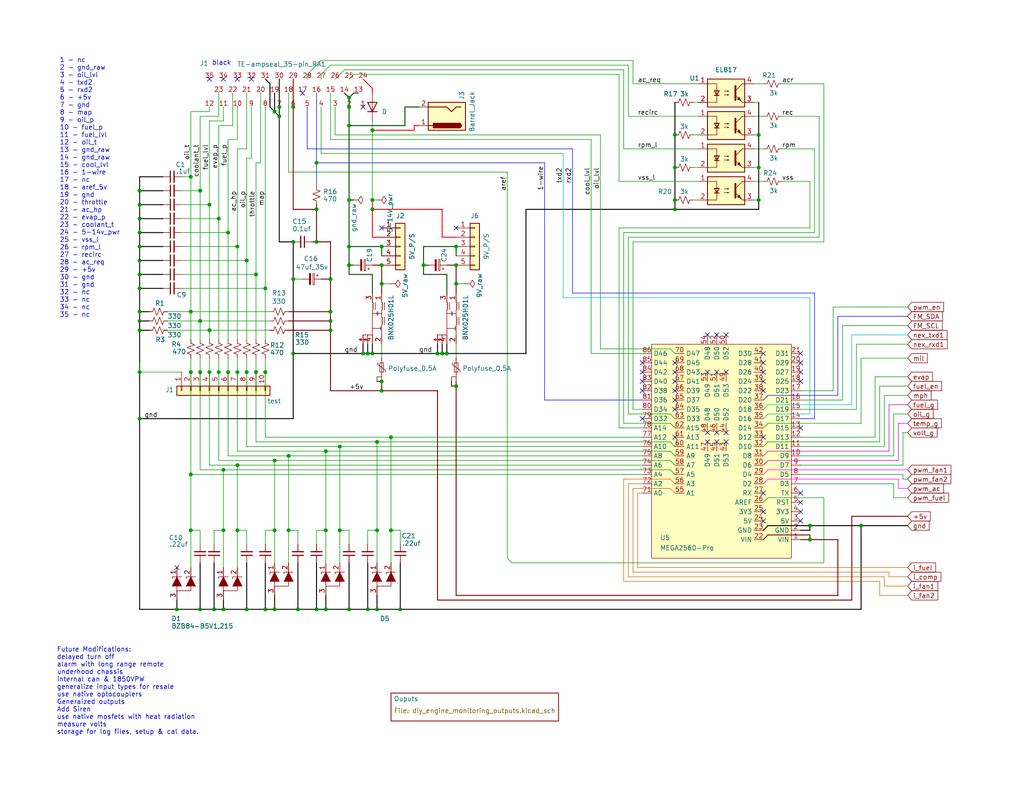
<source format=kicad_sch>
(kicad_sch (version 20231120) (generator "eeschema") (generator_version "8.0")
  (paper "USLetter")
  (title_block (title "DIY_Engine_Monitoring") (date "2024-12-14") (rev "0.6 PCB") (company "Harstine Works") (comment 1 "Adds instruments and HVAC controls to EROD-Tahoe") (comment 2 "Adapt for other use cases"))
  (junction (at 60.96 128.27))
  (junction (at 104.14 67.31))
  (junction (at 38.1 101.6))
  (junction (at 88.9 166.37))
  (junction (at 124.46 77.47))
  (junction (at 102.87 166.37))
  (junction (at 92.71 121.92))
  (junction (at 106.68 144.78))
  (junction (at 67.31 71.12))
  (junction (at 38.1 78.74))
  (junction (at 38.1 55.88))
  (junction (at 101.6 35.56))
  (junction (at 38.1 63.5))
  (junction (at 207.01 45.72))
  (junction (at 184.15 57.15))
  (junction (at 86.36 166.37))
  (junction (at 119.38 96.52))
  (junction (at 38.1 71.12))
  (junction (at 95.25 29.21))
  (junction (at 59.69 101.6))
  (junction (at 124.46 72.39))
  (junction (at 81.28 166.37))
  (junction (at 86.36 57.15))
  (junction (at 86.36 66.04))
  (junction (at 100.33 166.37))
  (junction (at 120.65 96.52))
  (junction (at 64.77 127))
  (junction (at 64.77 67.31))
  (junction (at 207.01 54.61))
  (junction (at 92.71 144.78))
  (junction (at 95.25 72.39))
  (junction (at 104.14 106.68))
  (junction (at 76.2 29.21))
  (junction (at 60.96 144.78))
  (junction (at 95.25 34.29))
  (junction (at 99.06 96.52))
  (junction (at 86.36 44.45))
  (junction (at 38.1 52.07))
  (junction (at 57.15 101.6))
  (junction (at 104.14 72.39))
  (junction (at 59.69 59.69))
  (junction (at 102.87 120.65))
  (junction (at 58.42 166.37))
  (junction (at 57.15 90.17))
  (junction (at 207.01 36.83))
  (junction (at 184.15 36.83))
  (junction (at 54.61 101.6))
  (junction (at 101.6 57.15))
  (junction (at 72.39 166.37))
  (junction (at 48.26 166.37))
  (junction (at 69.85 101.6))
  (junction (at 80.01 96.52))
  (junction (at 220.98 147.32))
  (junction (at 67.31 166.37))
  (junction (at 38.1 59.69))
  (junction (at 88.9 123.19))
  (junction (at 38.1 74.93))
  (junction (at 52.07 144.78))
  (junction (at 101.6 54.61))
  (junction (at 102.87 144.78))
  (junction (at 78.74 144.78))
  (junction (at 101.6 96.52))
  (junction (at 62.23 63.5))
  (junction (at 95.25 166.37))
  (junction (at 62.23 101.6))
  (junction (at 115.57 72.39))
  (junction (at 74.93 166.37))
  (junction (at 38.1 87.63))
  (junction (at 184.15 54.61))
  (junction (at 74.93 144.78))
  (junction (at 38.1 67.31))
  (junction (at 80.01 66.04))
  (junction (at 52.07 101.6))
  (junction (at 234.95 143.51))
  (junction (at 90.17 90.17))
  (junction (at 60.96 166.37))
  (junction (at 57.15 55.88))
  (junction (at 90.17 87.63))
  (junction (at 64.77 101.6))
  (junction (at 54.61 87.63))
  (junction (at 100.33 96.52))
  (junction (at 124.46 105.41))
  (junction (at 121.92 96.52))
  (junction (at 95.25 67.31))
  (junction (at 72.39 101.6))
  (junction (at 80.01 76.2))
  (junction (at 54.61 166.37))
  (junction (at 38.1 85.09))
  (junction (at 104.14 104.14))
  (junction (at 76.2 31.75))
  (junction (at 95.25 26.67))
  (junction (at 80.01 29.21))
  (junction (at 104.14 77.47))
  (junction (at 124.46 67.31))
  (junction (at 184.15 45.72))
  (junction (at 74.93 125.73))
  (junction (at 90.17 76.2))
  (junction (at 38.1 114.3))
  (junction (at 106.68 119.38))
  (junction (at 90.17 85.09))
  (junction (at 67.31 101.6))
  (junction (at 88.9 144.78))
  (junction (at 74.93 30.48))
  (junction (at 38.1 90.17))
  (junction (at 78.74 124.46))
  (junction (at 52.07 85.09))
  (junction (at 95.25 54.61))
  (junction (at 54.61 52.07))
  (junction (at 220.98 143.51))
  (junction (at 72.39 78.74))
  (junction (at 109.22 166.37))
  (junction (at 52.07 48.26))
  (junction (at 52.07 129.54))
  (junction (at 64.77 144.78))
  (junction (at 69.85 74.93))
  (no_connect (at 82.55 25.4))
  (no_connect (at 184.15 99.06))
  (no_connect (at 208.28 142.24))
  (no_connect (at 195.58 101.6))
  (no_connect (at 124.46 62.23))
  (no_connect (at 184.15 101.6))
  (no_connect (at 218.44 101.6))
  (no_connect (at 68.58 21.59))
  (no_connect (at 184.15 119.38))
  (no_connect (at 208.28 119.38))
  (no_connect (at 218.44 99.06))
  (no_connect (at 208.28 99.06))
  (no_connect (at 218.44 134.62))
  (no_connect (at 208.28 106.68))
  (no_connect (at 218.44 116.84))
  (no_connect (at 218.44 104.14))
  (no_connect (at 99.06 29.21))
  (no_connect (at 175.26 114.3))
  (no_connect (at 64.77 21.59))
  (no_connect (at 218.44 137.16))
  (no_connect (at 208.28 134.62))
  (no_connect (at 198.12 101.6))
  (no_connect (at 60.96 21.59))
  (no_connect (at 218.44 96.52))
  (no_connect (at 198.12 120.65))
  (no_connect (at 193.04 118.11))
  (no_connect (at 175.26 104.14))
  (no_connect (at 104.14 62.23))
  (no_connect (at 175.26 99.06))
  (no_connect (at 198.12 118.11))
  (no_connect (at 208.28 139.7))
  (no_connect (at 184.15 111.76))
  (no_connect (at 218.44 142.24))
  (no_connect (at 193.04 91.44))
  (no_connect (at 218.44 139.7))
  (no_connect (at 198.12 91.44))
  (no_connect (at 175.26 106.68))
  (no_connect (at 175.26 101.6))
  (no_connect (at 208.28 96.52))
  (no_connect (at 57.15 21.59))
  (no_connect (at 195.58 91.44))
  (no_connect (at 195.58 118.11))
  (no_connect (at 208.28 101.6))
  (no_connect (at 184.15 104.14))
  (no_connect (at 193.04 101.6))
  (no_connect (at 184.15 109.22))
  (no_connect (at 48.26 154.94))
  (no_connect (at 208.28 104.14))
  (no_connect (at 195.58 120.65))
  (no_connect (at 184.15 106.68))
  (no_connect (at 193.04 120.65))
  (wire (pts (xy 78.74 85.09) (xy 90.17 85.09)) (stroke (width 0.254) (color 132 0 0 1)))
  (wire (pts (xy 57.15 55.88) (xy 57.15 90.17)))
  (wire (pts (xy 80.01 96.52) (xy 99.06 96.52)) (stroke (width 0.254) (color 0 0 0 1)))
  (wire (pts (xy 38.1 87.63) (xy 40.64 87.63)) (stroke (width 0.254) (color 0 0 0 1)))
  (wire (pts (xy 171.45 132.08) (xy 175.26 132.08)) (stroke (width 0) (color 204 102 0 1)))
  (wire (pts (xy 207.01 36.83) (xy 207.01 45.72)) (stroke (width 0.254) (color 0 0 0 1)))
  (wire (pts (xy 170.18 130.81) (xy 182.88 130.81)) (stroke (width 0) (color 204 102 0 1)))
  (wire (pts (xy 102.87 104.14) (xy 104.14 104.14)) (stroke (width 0.254) (color 132 0 0 1)))
  (wire (pts (xy 101.6 54.61) (xy 101.6 57.15)) (stroke (width 0.254) (color 255 0 0 1)))
  (wire (pts (xy 163.83 36.83) (xy 91.44 36.83)))
  (wire (pts (xy 57.15 30.48) (xy 57.15 29.21)))
  (wire (pts (xy 58.42 144.78) (xy 60.96 144.78)))
  (wire (pts (xy 57.15 90.17) (xy 45.72 90.17)))
  (wire (pts (xy 52.07 129.54) (xy 175.26 129.54)))
  (wire (pts (xy 209.55 113.03) (xy 208.28 114.3)) (stroke (width 0) (color 0 194 194 1)))
  (wire (pts (xy 119.38 163.83) (xy 232.41 163.83)) (stroke (width 0.254) (color 132 0 0 1)))
  (wire (pts (xy 218.44 114.3) (xy 222.25 114.3)) (stroke (width 0) (color 0 0 255 1)))
  (wire (pts (xy 83.82 29.21) (xy 83.82 40.64)) (stroke (width 0) (color 0 0 255 1)))
  (wire (pts (xy 69.85 74.93) (xy 49.53 74.93)))
  (wire (pts (xy 240.03 120.65) (xy 209.55 120.65)))
  (wire (pts (xy 213.36 31.75) (xy 223.52 31.75)))
  (wire (pts (xy 38.1 71.12) (xy 44.45 71.12)) (stroke (width 0.254) (color 0 0 0 1)))
  (wire (pts (xy 86.36 144.78) (xy 88.9 144.78)))
  (wire (pts (xy 88.9 123.19) (xy 182.88 123.19)))
  (wire (pts (xy 116.84 72.39) (xy 115.57 72.39)) (stroke (width 0.254) (color 0 72 0 1)))
  (wire (pts (xy 64.77 40.64) (xy 64.77 67.31)))
  (wire (pts (xy 80.01 76.2) (xy 80.01 96.52)) (stroke (width 0.254) (color 0 0 0 1)))
  (wire (pts (xy 95.25 54.61) (xy 96.52 54.61)) (stroke (width 0.254) (color 0 72 0 1)))
  (wire (pts (xy 246.38 118.11) (xy 246.38 127)))
  (wire (pts (xy 246.38 129.54) (xy 218.44 129.54)))
  (wire (pts (xy 123.19 105.41) (xy 123.19 104.14)) (stroke (width 0.254) (color 132 0 0 1)))
  (wire (pts (xy 208.28 137.16) (xy 209.55 135.89)))
  (wire (pts (xy 228.6 147.32) (xy 220.98 147.32)) (stroke (width 0.254) (color 132 0 0 1)))
  (wire (pts (xy 213.36 40.64) (xy 222.25 40.64)))
  (wire (pts (xy 57.15 127) (xy 64.77 127)))
  (wire (pts (xy 64.77 97.79) (xy 64.77 101.6)))
  (wire (pts (xy 88.9 166.37) (xy 95.25 166.37)) (stroke (width 0.254) (color 0 0 0 1)))
  (wire (pts (xy 208.28 127) (xy 209.55 125.73)) (stroke (width 0) (color 194 0 194 1)))
  (wire (pts (xy 124.46 77.47) (xy 124.46 80.01)) (stroke (width 0.254) (color 132 0 0 1)))
  (wire (pts (xy 172.72 66.04) (xy 224.79 66.04)))
  (wire (pts (xy 121.92 72.39) (xy 124.46 72.39)) (stroke (width 0.254) (color 132 0 0 1)))
  (wire (pts (xy 87.63 20.32) (xy 90.17 17.78)))
  (wire (pts (xy 102.87 166.37) (xy 109.22 166.37)) (stroke (width 0.254) (color 0 0 0 1)))
  (wire (pts (xy 101.6 35.56) (xy 101.6 54.61)))
  (wire (pts (xy 189.23 45.72) (xy 190.5 45.72)))
  (wire (pts (xy 82.55 76.2) (xy 80.01 76.2)))
  (wire (pts (xy 182.88 130.81) (xy 184.15 132.08)) (stroke (width 0) (color 204 102 0 1)))
  (wire (pts (xy 38.1 59.69) (xy 38.1 63.5)) (stroke (width 0.254) (color 0 0 0 1)))
  (wire (pts (xy 54.61 31.75) (xy 54.61 52.07)))
  (wire (pts (xy 115.57 67.31) (xy 115.57 72.39)) (stroke (width 0.254) (color 0 72 0 1)))
  (wire (pts (xy 74.93 166.37) (xy 74.93 162.56)) (stroke (width 0.254) (color 0 0 0 1)))
  (wire (pts (xy 38.1 52.07) (xy 38.1 55.88)) (stroke (width 0.254) (color 0 0 0 1)))
  (wire (pts (xy 74.93 153.67) (xy 74.93 144.78)))
  (wire (pts (xy 227.33 83.82) (xy 247.65 83.82)))
  (wire (pts (xy 62.23 97.79) (xy 62.23 101.6)))
  (wire (pts (xy 101.6 54.61) (xy 102.87 54.61)))
  (wire (pts (xy 161.29 96.52) (xy 175.26 96.52)))
  (wire (pts (xy 91.44 21.59) (xy 93.98 19.05)))
  (wire (pts (xy 38.1 114.3) (xy 80.01 114.3)) (stroke (width 0.254) (color 0 0 0 1)))
  (wire (pts (xy 172.72 16.51) (xy 172.72 22.86)))
  (wire (pts (xy 95.25 54.61) (xy 95.25 67.31)) (stroke (width 0.254) (color 0 72 0 1)))
  (wire (pts (xy 104.14 72.39) (xy 104.14 77.47)) (stroke (width 0.254) (color 132 0 0 1)))
  (wire (pts (xy 95.25 166.37) (xy 100.33 166.37)) (stroke (width 0.254) (color 0 0 0 1)))
  (wire (pts (xy 72.39 29.21) (xy 72.39 78.74)))
  (wire (pts (xy 156.21 40.64) (xy 83.82 40.64)) (stroke (width 0) (color 0 0 255 1)))
  (wire (pts (xy 170.18 40.64) (xy 190.5 40.64)))
  (wire (pts (xy 232.41 91.44) (xy 247.65 91.44)) (stroke (width 0) (color 0 194 194 1)))
  (wire (pts (xy 64.77 144.78) (xy 64.77 154.94)))
  (wire (pts (xy 241.3 160.02) (xy 247.65 160.02)) (stroke (width 0) (color 204 102 0 1)))
  (wire (pts (xy 95.25 67.31) (xy 95.25 72.39)) (stroke (width 0.254) (color 0 72 0 1)))
  (wire (pts (xy 101.6 24.13) (xy 99.06 21.59)) (stroke (width 0.254) (color 255 0 0 1)))
  (wire (pts (xy 38.1 101.6) (xy 38.1 99.06)))
  (wire (pts (xy 88.9 123.19) (xy 88.9 144.78)))
  (wire (pts (xy 102.87 120.65) (xy 182.88 120.65)))
  (wire (pts (xy 124.46 97.79) (xy 124.46 93.98)))
  (wire (pts (xy 59.69 25.4) (xy 59.69 31.75)))
  (wire (pts (xy 95.25 72.39) (xy 95.25 74.93)) (stroke (width 0.254) (color 0 72 0 1)))
  (wire (pts (xy 101.6 93.98) (xy 101.6 96.52)) (stroke (width 0.254) (color 0 0 0 1)))
  (wire (pts (xy 104.14 104.14) (xy 104.14 106.68)))
  (wire (pts (xy 104.14 104.14) (xy 104.14 106.68)) (stroke (width 0.254) (color 132 0 0 1)))
  (wire (pts (xy 95.25 29.21) (xy 95.25 26.67)) (stroke (width 0.254) (color 0 72 0 1)))
  (wire (pts (xy 49.53 55.88) (xy 57.15 55.88)))
  (wire (pts (xy 184.15 27.94) (xy 184.15 36.83)) (stroke (width 0.254) (color 0 0 0 1)))
  (wire (pts (xy 205.74 40.64) (xy 208.28 40.64)))
  (wire (pts (xy 86.36 44.45) (xy 86.36 50.8)) (stroke (width 0) (color 0 0 194 1)))
  (wire (pts (xy 245.11 130.81) (xy 209.55 130.81)) (stroke (width 0) (color 255 0 255 1)))
  (wire (pts (xy 86.36 66.04) (xy 85.09 66.04)) (stroke (width 0.254) (color 132 0 0 1)))
  (wire (pts (xy 92.71 121.92) (xy 92.71 144.78)))
  (wire (pts (xy 38.1 48.26) (xy 38.1 52.07)) (stroke (width 0.254) (color 0 0 0 1)))
  (wire (pts (xy 67.31 40.64) (xy 67.31 25.4)))
  (wire (pts (xy 184.15 36.83) (xy 184.15 45.72)) (stroke (width 0.254) (color 0 0 0 1)))
  (wire (pts (xy 64.77 38.1) (xy 64.77 29.21)))
  (wire (pts (xy 184.15 121.92) (xy 182.88 120.65)))
  (wire (pts (xy 243.84 135.89) (xy 243.84 132.08)))
  (wire (pts (xy 227.33 83.82) (xy 227.33 106.68)))
  (wire (pts (xy 104.14 64.77) (xy 101.6 64.77)) (stroke (width 0.254) (color 255 0 0 1)))
  (wire (pts (xy 243.84 113.03) (xy 243.84 124.46)))
  (wire (pts (xy 86.36 148.59) (xy 86.36 144.78)))
  (wire (pts (xy 170.18 19.05) (xy 170.18 40.64)))
  (wire (pts (xy 170.18 19.05) (xy 93.98 19.05)))
  (wire (pts (xy 242.57 110.49) (xy 242.57 123.19)) (stroke (width 0) (color 194 0 194 1)))
  (wire (pts (xy 224.79 153.67) (xy 139.7 153.67)))
  (wire (pts (xy 208.28 116.84) (xy 209.55 115.57)))
  (wire (pts (xy 58.42 148.59) (xy 58.42 144.78)))
  (wire (pts (xy 124.46 105.41) (xy 123.19 105.41)) (stroke (width 0.254) (color 132 0 0 1)))
  (wire (pts (xy 113.03 34.29) (xy 114.3 34.29)) (stroke (width 0.254) (color 255 0 0 1)))
  (wire (pts (xy 208.28 132.08) (xy 209.55 130.81)) (stroke (width 0) (color 255 0 255 1)))
  (wire (pts (xy 242.57 110.49) (xy 247.65 110.49)) (stroke (width 0) (color 194 0 194 1)))
  (wire (pts (xy 228.6 147.32) (xy 228.6 162.56)) (stroke (width 0.254) (color 132 0 0 1)))
  (wire (pts (xy 90.17 85.09) (xy 90.17 87.63)) (stroke (width 0.254) (color 132 0 0 1)))
  (wire (pts (xy 38.1 166.37) (xy 48.26 166.37)) (stroke (width 0.254) (color 0 0 0 1)))
  (wire (pts (xy 124.46 72.39) (xy 124.46 77.47)) (stroke (width 0.254) (color 132 0 0 1)))
  (wire (pts (xy 220.98 49.53) (xy 220.98 62.23)))
  (wire (pts (xy 100.33 148.59) (xy 100.33 144.78)))
  (wire (pts (xy 119.38 93.98) (xy 119.38 96.52)) (stroke (width 0.254) (color 0 0 0 1)))
  (wire (pts (xy 172.72 133.35) (xy 172.72 156.21)) (stroke (width 0) (color 204 102 0 1)))
  (wire (pts (xy 59.69 97.79) (xy 59.69 101.6)))
  (wire (pts (xy 95.25 166.37) (xy 95.25 153.67)) (stroke (width 0.254) (color 0 0 0 1)))
  (wire (pts (xy 81.28 166.37) (xy 86.36 166.37)) (stroke (width 0.254) (color 0 0 0 1)))
  (wire (pts (xy 58.42 166.37) (xy 58.42 153.67)) (stroke (width 0.254) (color 0 0 0 1)))
  (wire (pts (xy 38.1 48.26) (xy 44.45 48.26)) (stroke (width 0.254) (color 0 0 0 1)))
  (wire (pts (xy 49.53 63.5) (xy 62.23 63.5)))
  (wire (pts (xy 74.93 30.48) (xy 73.66 29.21)) (stroke (width 0.254) (color 0 0 0 1)))
  (wire (pts (xy 73.66 90.17) (xy 57.15 90.17)))
  (wire (pts (xy 78.74 46.99) (xy 138.43 46.99)))
  (wire (pts (xy 184.15 45.72) (xy 184.15 54.61)) (stroke (width 0.254) (color 0 0 0 1)))
  (wire (pts (xy 60.96 144.78) (xy 60.96 154.94)))
  (wire (pts (xy 57.15 97.79) (xy 57.15 101.6)))
  (wire (pts (xy 95.25 21.59) (xy 96.52 20.32)))
  (wire (pts (xy 38.1 101.6) (xy 49.53 101.6)))
  (wire (pts (xy 72.39 166.37) (xy 74.93 166.37)) (stroke (width 0.254) (color 0 0 0 1)))
  (wire (pts (xy 124.46 77.47) (xy 124.46 76.2)))
  (wire (pts (xy 168.91 62.23) (xy 220.98 62.23)))
  (wire (pts (xy 38.1 87.63) (xy 38.1 90.17)) (stroke (width 0.254) (color 0 0 0 1)))
  (wire (pts (xy 246.38 130.81) (xy 246.38 129.54)))
  (wire (pts (xy 38.1 63.5) (xy 44.45 63.5)) (stroke (width 0.254) (color 0 0 0 1)))
  (wire (pts (xy 58.42 166.37) (xy 60.96 166.37)) (stroke (width 0.254) (color 0 0 0 1)))
  (wire (pts (xy 115.57 72.39) (xy 115.57 74.93)) (stroke (width 0.254) (color 0 72 0 1)))
  (wire (pts (xy 213.36 22.86) (xy 224.79 22.86)))
  (wire (pts (xy 87.63 29.21) (xy 87.63 41.91)))
  (wire (pts (xy 100.33 93.98) (xy 100.33 96.52)) (stroke (width 0.254) (color 0 0 0 1)))
  (wire (pts (xy 92.71 121.92) (xy 175.26 121.92)))
  (wire (pts (xy 52.07 129.54) (xy 52.07 144.78)))
  (wire (pts (xy 67.31 166.37) (xy 67.31 153.67)) (stroke (width 0.254) (color 0 0 0 1)))
  (wire (pts (xy 240.03 162.56) (xy 247.65 162.56)) (stroke (width 0) (color 204 102 0 1)))
  (wire (pts (xy 243.84 124.46) (xy 218.44 124.46)))
  (wire (pts (xy 234.95 97.79) (xy 247.65 97.79)))
  (wire (pts (xy 52.07 30.48) (xy 52.07 48.26)))
  (wire (pts (xy 207.01 27.94) (xy 207.01 36.83)) (stroke (width 0.254) (color 0 0 0 1)))
  (wire (pts (xy 78.74 90.17) (xy 90.17 90.17)) (stroke (width 0.254) (color 132 0 0 1)))
  (wire (pts (xy 88.9 166.37) (xy 88.9 162.56)) (stroke (width 0.254) (color 0 0 0 1)))
  (wire (pts (xy 189.23 36.83) (xy 190.5 36.83)))
  (wire (pts (xy 229.87 88.9) (xy 229.87 109.22)))
  (wire (pts (xy 104.14 77.47) (xy 104.14 76.2)))
  (wire (pts (xy 241.3 107.95) (xy 247.65 107.95)))
  (wire (pts (xy 233.68 93.98) (xy 233.68 111.76)))
  (wire (pts (xy 121.92 93.98) (xy 121.92 96.52)) (stroke (width 0.254) (color 0 0 0 1)))
  (wire (pts (xy 139.7 153.67) (xy 138.43 152.4)))
  (wire (pts (xy 38.1 78.74) (xy 44.45 78.74)) (stroke (width 0.254) (color 0 0 0 1)))
  (wire (pts (xy 60.96 128.27) (xy 60.96 144.78)))
  (wire (pts (xy 234.95 143.51) (xy 234.95 166.37)) (stroke (width 0.254) (color 0 0 0 1)))
  (wire (pts (xy 223.52 31.75) (xy 223.52 64.77)))
  (wire (pts (xy 78.74 87.63) (xy 90.17 87.63)) (stroke (width 0.254) (color 132 0 0 1)))
  (wire (pts (xy 71.12 25.4) (xy 71.12 44.45)))
  (wire (pts (xy 81.28 166.37) (xy 81.28 153.67)) (stroke (width 0.254) (color 0 0 0 1)))
  (wire (pts (xy 100.33 166.37) (xy 100.33 153.67)) (stroke (width 0.254) (color 0 0 0 1)))
  (wire (pts (xy 172.72 22.86) (xy 190.5 22.86)))
  (wire (pts (xy 54.61 97.79) (xy 54.61 101.6)))
  (wire (pts (xy 78.74 124.46) (xy 78.74 144.78)))
  (wire (pts (xy 80.01 21.59) (xy 80.01 29.21)) (stroke (width 0.254) (color 132 0 0 1)))
  (wire (pts (xy 209.55 128.27) (xy 247.65 128.27)) (stroke (width 0) (color 255 0 255 1)))
  (wire (pts (xy 170.18 115.57) (xy 182.88 115.57)))
  (wire (pts (xy 59.69 101.6) (xy 59.69 125.73)))
  (wire (pts (xy 171.45 157.48) (xy 241.3 157.48)) (stroke (width 0) (color 204 102 0 1)))
  (wire (pts (xy 114.3 29.21) (xy 110.49 29.21)) (stroke (width 0.254) (color 0 72 0 1)))
  (wire (pts (xy 120.65 64.77) (xy 124.46 64.77)) (stroke (width 0.254) (color 255 0 0 1)))
  (wire (pts (xy 245.11 133.35) (xy 245.11 130.81)) (stroke (width 0) (color 255 0 255 1)))
  (wire (pts (xy 238.76 102.87) (xy 247.65 102.87)))
  (wire (pts (xy 240.03 158.75) (xy 240.03 162.56)) (stroke (width 0) (color 204 102 0 1)))
  (wire (pts (xy 170.18 130.81) (xy 170.18 158.75)) (stroke (width 0) (color 204 102 0 1)))
  (wire (pts (xy 101.6 33.02) (xy 101.6 35.56)))
  (wire (pts (xy 207.01 45.72) (xy 207.01 54.61)) (stroke (width 0.254) (color 0 0 0 1)))
  (wire (pts (xy 115.57 67.31) (xy 124.46 67.31)) (stroke (width 0.254) (color 0 72 0 1)))
  (wire (pts (xy 101.6 96.52) (xy 100.33 96.52)) (stroke (width 0.254) (color 0 0 0 1)))
  (wire (pts (xy 87.63 76.2) (xy 90.17 76.2)) (stroke (width 0.254) (color 132 0 0 1)))
  (wire (pts (xy 96.52 25.4) (xy 97.79 25.4)) (stroke (width 0.254) (color 0 72 0 1)))
  (wire (pts (xy 83.82 20.32) (xy 87.63 16.51)))
  (wire (pts (xy 232.41 110.49) (xy 209.55 110.49)) (stroke (width 0) (color 0 194 194 1)))
  (wire (pts (xy 104.14 77.47) (xy 104.14 80.01)) (stroke (width 0.254) (color 132 0 0 1)))
  (wire (pts (xy 38.1 90.17) (xy 40.64 90.17)) (stroke (width 0.254) (color 0 0 0 1)))
  (wire (pts (xy 69.85 44.45) (xy 69.85 74.93)))
  (wire (pts (xy 95.25 26.67) (xy 96.52 25.4)) (stroke (width 0.254) (color 0 72 0 1)))
  (wire (pts (xy 86.36 166.37) (xy 86.36 153.67)) (stroke (width 0.254) (color 0 0 0 1)))
  (wire (pts (xy 38.1 74.93) (xy 38.1 78.74)) (stroke (width 0.254) (color 0 0 0 1)))
  (wire (pts (xy 207.01 54.61) (xy 207.01 57.15)) (stroke (width 0.254) (color 0 0 0 1)))
  (wire (pts (xy 38.1 90.17) (xy 38.1 101.6)) (stroke (width 0.254) (color 0 0 0 1)))
  (wire (pts (xy 245.11 115.57) (xy 247.65 115.57)) (stroke (width 0) (color 194 0 194 1)))
  (wire (pts (xy 101.6 57.15) (xy 120.65 57.15)) (stroke (width 0.254) (color 255 0 0 1)))
  (wire (pts (xy 74.93 125.73) (xy 74.93 144.78)))
  (wire (pts (xy 101.6 35.56) (xy 113.03 35.56)) (stroke (width 0.254) (color 255 0 0 1)))
  (wire (pts (xy 120.65 93.98) (xy 120.65 96.52)) (stroke (width 0.254) (color 0 0 0 1)))
  (wire (pts (xy 172.72 16.51) (xy 87.63 16.51)))
  (wire (pts (xy 54.61 101.6) (xy 54.61 128.27)))
  (wire (pts (xy 209.55 146.05) (xy 208.28 147.32)) (stroke (width 0.254) (color 132 0 0 1)))
  (wire (pts (xy 80.01 29.21) (xy 80.01 57.15)) (stroke (width 0.254) (color 132 0 0 1)))
  (wire (pts (xy 54.61 128.27) (xy 60.96 128.27)))
  (wire (pts (xy 205.74 22.86) (xy 208.28 22.86)))
  (wire (pts (xy 73.66 85.09) (xy 52.07 85.09)))
  (wire (pts (xy 143.51 57.15) (xy 143.51 96.52)) (stroke (width 0.254) (color 0 0 0 1)))
  (wire (pts (xy 208.28 111.76) (xy 209.55 110.49)) (stroke (width 0) (color 0 194 194 1)))
  (wire (pts (xy 95.25 67.31) (xy 104.14 67.31)) (stroke (width 0.254) (color 0 72 0 1)))
  (wire (pts (xy 38.1 63.5) (xy 38.1 67.31)) (stroke (width 0.254) (color 0 0 0 1)))
  (wire (pts (xy 76.2 29.21) (xy 76.2 31.75)) (stroke (width 0.254) (color 0 0 0 1)))
  (wire (pts (xy 62.23 38.1) (xy 64.77 38.1)))
  (wire (pts (xy 101.6 57.15) (xy 101.6 64.77)) (stroke (width 0.254) (color 255 0 0 1)))
  (wire (pts (xy 54.61 52.07) (xy 54.61 87.63)))
  (wire (pts (xy 95.25 34.29) (xy 110.49 34.29)) (stroke (width 0.254) (color 0 72 0 1)))
  (wire (pts (xy 172.72 156.21) (xy 242.57 156.21)) (stroke (width 0) (color 204 102 0 1)))
  (wire (pts (xy 67.31 43.18) (xy 67.31 71.12)))
  (wire (pts (xy 241.3 107.95) (xy 241.3 121.92)))
  (wire (pts (xy 49.53 59.69) (xy 59.69 59.69)))
  (wire (pts (xy 213.36 49.53) (xy 220.98 49.53)))
  (wire (pts (xy 90.17 76.2) (xy 90.17 85.09)) (stroke (width 0.254) (color 132 0 0 1)))
  (wire (pts (xy 74.93 166.37) (xy 81.28 166.37)) (stroke (width 0.254) (color 0 0 0 1)))
  (wire (pts (xy 72.39 101.6) (xy 72.39 119.38)))
  (wire (pts (xy 184.15 129.54) (xy 182.88 128.27)))
  (wire (pts (xy 234.95 97.79) (xy 234.95 115.57)))
  (wire (pts (xy 115.57 74.93) (xy 121.92 74.93)) (stroke (width 0.254) (color 0 72 0 1)))
  (wire (pts (xy 64.77 101.6) (xy 64.77 123.19)))
  (wire (pts (xy 109.22 166.37) (xy 109.22 153.67)) (stroke (width 0.254) (color 0 0 0 1)))
  (wire (pts (xy 38.1 67.31) (xy 44.45 67.31)) (stroke (width 0.254) (color 0 0 0 1)))
  (wire (pts (xy 102.87 166.37) (xy 102.87 162.56)) (stroke (width 0.254) (color 0 0 0 1)))
  (wire (pts (xy 104.14 67.31) (xy 104.14 69.85)) (stroke (width 0.254) (color 0 72 0 1)))
  (wire (pts (xy 241.3 121.92) (xy 218.44 121.92)))
  (wire (pts (xy 64.77 127) (xy 64.77 144.78)))
  (wire (pts (xy 38.1 85.09) (xy 40.64 85.09)) (stroke (width 0.254) (color 0 0 0 1)))
  (wire (pts (xy 78.74 25.4) (xy 78.74 46.99)))
  (wire (pts (xy 95.25 29.21) (xy 95.25 34.29)) (stroke (width 0.254) (color 0 72 0 1)))
  (wire (pts (xy 189.23 54.61) (xy 190.5 54.61)))
  (wire (pts (xy 86.36 55.88) (xy 86.36 57.15)) (stroke (width 0.254) (color 132 0 0 1)))
  (wire (pts (xy 246.38 127) (xy 218.44 127)))
  (wire (pts (xy 49.53 52.07) (xy 54.61 52.07)))
  (wire (pts (xy 38.1 78.74) (xy 38.1 85.09)) (stroke (width 0.254) (color 0 0 0 1)))
  (wire (pts (xy 73.66 87.63) (xy 54.61 87.63)))
  (wire (pts (xy 60.96 33.02) (xy 60.96 29.21)))
  (wire (pts (xy 245.11 125.73) (xy 209.55 125.73)) (stroke (width 0) (color 194 0 194 1)))
  (wire (pts (xy 102.87 153.67) (xy 102.87 144.78)))
  (wire (pts (xy 127 77.47) (xy 124.46 77.47)))
  (wire (pts (xy 52.07 97.79) (xy 52.07 101.6)))
  (wire (pts (xy 101.6 74.93) (xy 101.6 80.01)) (stroke (width 0.254) (color 0 72 0 1)))
  (wire (pts (xy 220.98 143.51) (xy 220.98 144.78)) (stroke (width 0.254) (color 0 0 0 1)))
  (wire (pts (xy 62.23 38.1) (xy 62.23 63.5)))
  (wire (pts (xy 106.68 119.38) (xy 175.26 119.38)))
  (wire (pts (xy 69.85 74.93) (xy 69.85 92.71)))
  (wire (pts (xy 101.6 96.52) (xy 119.38 96.52)) (stroke (width 0.254) (color 0 0 0 1)))
  (wire (pts (xy 57.15 101.6) (xy 57.15 127)))
  (wire (pts (xy 205.74 45.72) (xy 207.01 45.72)))
  (wire (pts (xy 184.15 124.46) (xy 182.88 123.19)))
  (wire (pts (xy 64.77 144.78) (xy 67.31 144.78)))
  (wire (pts (xy 224.79 22.86) (xy 224.79 66.04)))
  (wire (pts (xy 245.11 133.35) (xy 247.65 133.35)) (stroke (width 0) (color 255 0 255 1)))
  (wire (pts (xy 106.68 77.47) (xy 104.14 77.47)))
  (wire (pts (xy 208.28 109.22) (xy 209.55 107.95)) (stroke (width 0) (color 0 0 255 1)))
  (wire (pts (xy 156.21 80.01) (xy 222.25 80.01)) (stroke (width 0) (color 0 0 255 1)))
  (wire (pts (xy 205.74 54.61) (xy 207.01 54.61)))
  (wire (pts (xy 232.41 140.97) (xy 247.65 140.97)) (stroke (width 0.254) (color 132 0 0 1)))
  (wire (pts (xy 59.69 34.29) (xy 59.69 59.69)))
  (wire (pts (xy 76.2 66.04) (xy 80.01 66.04)) (stroke (width 0.254) (color 0 0 0 1)))
  (wire (pts (xy 119.38 106.68) (xy 119.38 163.83)) (stroke (width 0.254) (color 132 0 0 1)))
  (wire (pts (xy 232.41 91.44) (xy 232.41 110.49)) (stroke (width 0) (color 0 194 194 1)))
  (wire (pts (xy 171.45 31.75) (xy 190.5 31.75)))
  (wire (pts (xy 113.03 34.29) (xy 113.03 35.56)) (stroke (width 0.254) (color 255 0 0 1)))
  (wire (pts (xy 184.15 127) (xy 182.88 125.73)))
  (wire (pts (xy 240.03 105.41) (xy 240.03 120.65)))
  (wire (pts (xy 91.44 29.21) (xy 91.44 36.83)))
  (wire (pts (xy 99.06 96.52) (xy 100.33 96.52)) (stroke (width 0.254) (color 0 0 0 1)))
  (wire (pts (xy 52.07 30.48) (xy 57.15 30.48)))
  (wire (pts (xy 246.38 118.11) (xy 247.65 118.11)))
  (wire (pts (xy 38.1 59.69) (xy 44.45 59.69)) (stroke (width 0.254) (color 0 0 0 1)))
  (wire (pts (xy 161.29 38.1) (xy 161.29 96.52)))
  (wire (pts (xy 78.74 153.67) (xy 78.74 144.78)))
  (wire (pts (xy 99.06 93.98) (xy 99.06 96.52)) (stroke (width 0.254) (color 0 0 0 1)))
  (wire (pts (xy 124.46 105.41) (xy 124.46 162.56)) (stroke (width 0.254) (color 132 0 0 1)))
  (wire (pts (xy 96.52 72.39) (xy 95.25 72.39)) (stroke (width 0.254) (color 0 72 0 1)))
  (wire (pts (xy 104.14 97.79) (xy 104.14 93.98)))
  (wire (pts (xy 189.23 27.94) (xy 190.5 27.94)))
  (wire (pts (xy 95.25 26.67) (xy 93.98 25.4)) (stroke (width 0.254) (color 0 72 0 1)))
  (wire (pts (xy 242.57 156.21) (xy 242.57 157.48)) (stroke (width 0) (color 204 102 0 1)))
  (wire (pts (xy 72.39 148.59) (xy 72.39 144.78)))
  (wire (pts (xy 143.51 57.15) (xy 184.15 57.15)) (stroke (width 0.254) (color 0 0 0 1)))
  (wire (pts (xy 168.91 49.53) (xy 190.5 49.53)))
  (wire (pts (xy 172.72 111.76) (xy 175.26 111.76)))
  (wire (pts (xy 229.87 109.22) (xy 218.44 109.22)))
  (wire (pts (xy 171.45 132.08) (xy 171.45 157.48)) (stroke (width 0) (color 204 102 0 1)))
  (wire (pts (xy 67.31 121.92) (xy 92.71 121.92)))
  (wire (pts (xy 95.25 34.29) (xy 95.25 54.61)) (stroke (width 0.254) (color 0 72 0 1)))
  (wire (pts (xy 222.25 40.64) (xy 222.25 63.5)))
  (wire (pts (xy 220.98 143.51) (xy 234.95 143.51)) (stroke (width 0.254) (color 0 0 0 1)))
  (wire (pts (xy 38.1 74.93) (xy 44.45 74.93)) (stroke (width 0.254) (color 0 0 0 1)))
  (wire (pts (xy 60.96 166.37) (xy 60.96 163.83)) (stroke (width 0.254) (color 0 0 0 1)))
  (wire (pts (xy 74.93 25.4) (xy 74.93 30.48)) (stroke (width 0.254) (color 0 0 0 1)))
  (wire (pts (xy 86.36 57.15) (xy 86.36 66.04)) (stroke (width 0.254) (color 132 0 0 1)))
  (wire (pts (xy 109.22 148.59) (xy 109.22 144.78)))
  (wire (pts (xy 80.01 57.15) (xy 86.36 57.15)) (stroke (width 0.254) (color 132 0 0 1)))
  (wire (pts (xy 171.45 17.78) (xy 171.45 31.75)))
  (wire (pts (xy 62.23 124.46) (xy 78.74 124.46)))
  (wire (pts (xy 182.88 133.35) (xy 184.15 134.62)) (stroke (width 0) (color 204 102 0 1)))
  (wire (pts (xy 54.61 87.63) (xy 45.72 87.63)))
  (wire (pts (xy 240.03 105.41) (xy 247.65 105.41)))
  (wire (pts (xy 80.01 76.2) (xy 80.01 66.04)) (stroke (width 0.254) (color 0 0 0 1)))
  (wire (pts (xy 106.68 119.38) (xy 106.68 144.78)))
  (wire (pts (xy 241.3 157.48) (xy 241.3 160.02)) (stroke (width 0) (color 204 102 0 1)))
  (wire (pts (xy 38.1 55.88) (xy 38.1 59.69)) (stroke (width 0.254) (color 0 0 0 1)))
  (wire (pts (xy 52.07 101.6) (xy 52.07 129.54)))
  (wire (pts (xy 172.72 66.04) (xy 172.72 111.76)))
  (wire (pts (xy 228.6 107.95) (xy 209.55 107.95)) (stroke (width 0) (color 0 0 255 1)))
  (wire (pts (xy 52.07 85.09) (xy 52.07 92.71)))
  (wire (pts (xy 208.28 129.54) (xy 209.55 128.27)) (stroke (width 0) (color 255 0 255 1)))
  (wire (pts (xy 209.55 135.89) (xy 224.79 135.89)))
  (wire (pts (xy 109.22 166.37) (xy 234.95 166.37)) (stroke (width 0.254) (color 0 0 0 1)))
  (wire (pts (xy 64.77 67.31) (xy 64.77 92.71)))
  (wire (pts (xy 67.31 71.12) (xy 67.31 92.71)))
  (wire (pts (xy 67.31 71.12) (xy 49.53 71.12)))
  (wire (pts (xy 246.38 130.81) (xy 247.65 130.81)))
  (wire (pts (xy 170.18 63.5) (xy 170.18 115.57)))
  (wire (pts (xy 76.2 31.75) (xy 74.93 30.48)) (stroke (width 0.254) (color 0 0 0 1)))
  (wire (pts (xy 57.15 33.02) (xy 60.96 33.02)))
  (wire (pts (xy 153.67 41.91) (xy 153.67 81.28)) (stroke (width 0) (color 0 194 194 1)))
  (wire (pts (xy 121.92 96.52) (xy 143.51 96.52)) (stroke (width 0.254) (color 0 0 0 1)))
  (wire (pts (xy 124.46 162.56) (xy 228.6 162.56)) (stroke (width 0.254) (color 132 0 0 1)))
  (wire (pts (xy 242.57 157.48) (xy 247.65 157.48)) (stroke (width 0) (color 204 102 0 1)))
  (wire (pts (xy 48.26 166.37) (xy 54.61 166.37)) (stroke (width 0.254) (color 0 0 0 1)))
  (wire (pts (xy 238.76 119.38) (xy 218.44 119.38)))
  (wire (pts (xy 86.36 166.37) (xy 88.9 166.37)) (stroke (width 0.254) (color 0 0 0 1)))
  (wire (pts (xy 173.99 134.62) (xy 175.26 134.62)) (stroke (width 0) (color 204 102 0 1)))
  (wire (pts (xy 54.61 31.75) (xy 59.69 31.75)))
  (wire (pts (xy 72.39 166.37) (xy 72.39 153.67)) (stroke (width 0.254) (color 0 0 0 1)))
  (wire (pts (xy 205.74 36.83) (xy 207.01 36.83)))
  (wire (pts (xy 209.55 120.65) (xy 208.28 121.92)))
  (wire (pts (xy 72.39 78.74) (xy 49.53 78.74)))
  (wire (pts (xy 67.31 148.59) (xy 67.31 144.78)))
  (wire (pts (xy 73.66 29.21) (xy 73.66 22.86)) (stroke (width 0.254) (color 0 0 0 1)))
  (wire (pts (xy 233.68 93.98) (xy 247.65 93.98)))
  (wire (pts (xy 243.84 135.89) (xy 247.65 135.89)))
  (wire (pts (xy 67.31 101.6) (xy 67.31 121.92)))
  (wire (pts (xy 78.74 144.78) (xy 81.28 144.78)))
  (wire (pts (xy 38.1 85.09) (xy 38.1 87.63)) (stroke (width 0.254) (color 0 0 0 1)))
  (wire (pts (xy 72.39 78.74) (xy 72.39 92.71)))
  (wire (pts (xy 245.11 115.57) (xy 245.11 125.73)) (stroke (width 0) (color 194 0 194 1)))
  (wire (pts (xy 63.5 25.4) (xy 63.5 34.29)))
  (wire (pts (xy 102.87 120.65) (xy 102.87 144.78)))
  (wire (pts (xy 233.68 111.76) (xy 218.44 111.76)))
  (wire (pts (xy 67.31 43.18) (xy 68.58 43.18)))
  (wire (pts (xy 170.18 63.5) (xy 222.25 63.5)))
  (wire (pts (xy 173.99 154.94) (xy 247.65 154.94)) (stroke (width 0) (color 204 102 0 1)))
  (wire (pts (xy 170.18 158.75) (xy 240.03 158.75)) (stroke (width 0) (color 204 102 0 1)))
  (wire (pts (xy 38.1 55.88) (xy 44.45 55.88)) (stroke (width 0.254) (color 0 0 0 1)))
  (wire (pts (xy 72.39 119.38) (xy 106.68 119.38)))
  (wire (pts (xy 69.85 120.65) (xy 102.87 120.65)))
  (wire (pts (xy 171.45 17.78) (xy 90.17 17.78)))
  (wire (pts (xy 138.43 46.99) (xy 138.43 152.4)))
  (wire (pts (xy 101.6 24.13) (xy 101.6 25.4)) (stroke (width 0.254) (color 255 0 0 1)))
  (wire (pts (xy 148.59 44.45) (xy 148.59 109.22)) (stroke (width 0) (color 0 0 255 1)))
  (wire (pts (xy 220.98 147.32) (xy 220.98 146.05)) (stroke (width 0.254) (color 132 0 0 1)))
  (wire (pts (xy 227.33 106.68) (xy 218.44 106.68)))
  (wire (pts (xy 87.63 21.59) (xy 87.63 20.32)))
  (wire (pts (xy 229.87 88.9) (xy 247.65 88.9)))
  (wire (pts (xy 182.88 95.25) (xy 184.15 96.52)))
  (wire (pts (xy 238.76 102.87) (xy 238.76 119.38)))
  (wire (pts (xy 38.1 71.12) (xy 38.1 74.93)) (stroke (width 0.254) (color 0 0 0 1)))
  (wire (pts (xy 62.23 63.5) (xy 62.23 92.71)))
  (wire (pts (xy 52.07 48.26) (xy 49.53 48.26)))
  (wire (pts (xy 163.83 36.83) (xy 163.83 95.25)))
  (wire (pts (xy 106.68 153.67) (xy 106.68 144.78)))
  (wire (pts (xy 218.44 144.78) (xy 220.98 144.78)) (stroke (width 0.254) (color 0 0 0 1)))
  (wire (pts (xy 68.58 29.21) (xy 68.58 43.18)))
  (wire (pts (xy 172.72 133.35) (xy 182.88 133.35)) (stroke (width 0) (color 204 102 0 1)))
  (wire (pts (xy 100.33 144.78) (xy 102.87 144.78)))
  (wire (pts (xy 74.93 125.73) (xy 182.88 125.73)))
  (wire (pts (xy 153.67 81.28) (xy 220.98 81.28)) (stroke (width 0) (color 0 194 194 1)))
  (wire (pts (xy 121.92 74.93) (xy 121.92 80.01)) (stroke (width 0.254) (color 0 72 0 1)))
  (wire (pts (xy 184.15 116.84) (xy 182.88 115.57)))
  (wire (pts (xy 81.28 148.59) (xy 81.28 144.78)))
  (wire (pts (xy 64.77 40.64) (xy 67.31 40.64)))
  (wire (pts (xy 69.85 97.79) (xy 69.85 101.6)))
  (wire (pts (xy 38.1 114.3) (xy 38.1 166.37)) (stroke (width 0.254) (color 0 0 0 1)))
  (wire (pts (xy 92.71 153.67) (xy 92.71 144.78)))
  (wire (pts (xy 90.17 87.63) (xy 90.17 90.17)) (stroke (width 0.254) (color 132 0 0 1)))
  (wire (pts (xy 48.26 166.37) (xy 48.26 163.83)) (stroke (width 0.254) (color 0 0 0 1)))
  (wire (pts (xy 110.49 29.21) (xy 110.49 34.29)) (stroke (width 0.254) (color 0 72 0 1)))
  (wire (pts (xy 205.74 49.53) (xy 208.28 49.53)))
  (wire (pts (xy 52.07 48.26) (xy 52.07 85.09)))
  (wire (pts (xy 207.01 57.15) (xy 184.15 57.15)) (stroke (width 0.254) (color 0 0 0 1)))
  (wire (pts (xy 54.61 144.78) (xy 54.61 148.59)))
  (wire (pts (xy 171.45 64.77) (xy 223.52 64.77)))
  (wire (pts (xy 234.95 115.57) (xy 209.55 115.57)))
  (wire (pts (xy 80.01 96.52) (xy 80.01 114.3)) (stroke (width 0.254) (color 0 0 0 1)))
  (wire (pts (xy 90.17 25.4) (xy 90.17 38.1)))
  (wire (pts (xy 171.45 64.77) (xy 171.45 113.03)))
  (wire (pts (xy 222.25 80.01) (xy 222.25 114.3)) (stroke (width 0) (color 0 0 255 1)))
  (wire (pts (xy 168.91 116.84) (xy 175.26 116.84)))
  (wire (pts (xy 243.84 113.03) (xy 247.65 113.03)))
  (wire (pts (xy 60.96 166.37) (xy 67.31 166.37)) (stroke (width 0.254) (color 0 0 0 1)))
  (wire (pts (xy 104.14 106.68) (xy 119.38 106.68)) (stroke (width 0.254) (color 132 0 0 1)))
  (wire (pts (xy 209.55 143.51) (xy 220.98 143.51)) (stroke (width 0.254) (color 0 0 0 1)))
  (wire (pts (xy 153.67 41.91) (xy 87.63 41.91)))
  (wire (pts (xy 64.77 123.19) (xy 88.9 123.19)))
  (wire (pts (xy 83.82 21.59) (xy 83.82 20.32)))
  (wire (pts (xy 120.65 57.15) (xy 120.65 64.77)) (stroke (width 0.254) (color 255 0 0 1)))
  (wire (pts (xy 161.29 38.1) (xy 90.17 38.1)))
  (wire (pts (xy 72.39 97.79) (xy 72.39 101.6)))
  (wire (pts (xy 228.6 86.36) (xy 247.65 86.36)) (stroke (width 0) (color 0 0 255 1)))
  (wire (pts (xy 208.28 124.46) (xy 209.55 123.19)) (stroke (width 0) (color 194 0 194 1)))
  (wire (pts (xy 228.6 86.36) (xy 228.6 107.95)) (stroke (width 0) (color 0 0 255 1)))
  (wire (pts (xy 90.17 90.17) (xy 90.17 106.68)) (stroke (width 0.254) (color 132 0 0 1)))
  (wire (pts (xy 148.59 44.45) (xy 86.36 44.45)) (stroke (width 0) (color 0 0 194 1)))
  (wire (pts (xy 59.69 125.73) (xy 74.93 125.73)))
  (wire (pts (xy 220.98 146.05) (xy 209.55 146.05)) (stroke (width 0.254) (color 132 0 0 1)))
  (wire (pts (xy 96.52 20.32) (xy 168.91 20.32)))
  (wire (pts (xy 92.71 144.78) (xy 95.25 144.78)))
  (wire (pts (xy 182.88 113.03) (xy 184.15 114.3)))
  (wire (pts (xy 205.74 27.94) (xy 207.01 27.94)))
  (wire (pts (xy 52.07 85.09) (xy 45.72 85.09)))
  (wire (pts (xy 184.15 54.61) (xy 184.15 57.15)) (stroke (width 0.254) (color 0 0 0 1)))
  (wire (pts (xy 57.15 33.02) (xy 57.15 55.88)))
  (wire (pts (xy 120.65 96.52) (xy 121.92 96.52)) (stroke (width 0.254) (color 0 0 0 1)))
  (wire (pts (xy 90.17 66.04) (xy 90.17 76.2)) (stroke (width 0.254) (color 132 0 0 1)))
  (wire (pts (xy 38.1 101.6) (xy 38.1 104.14)))
  (wire (pts (xy 38.1 52.07) (xy 44.45 52.07)) (stroke (width 0.254) (color 0 0 0 1)))
  (wire (pts (xy 218.44 147.32) (xy 220.98 147.32)) (stroke (width 0.254) (color 132 0 0 1)))
  (wire (pts (xy 73.66 22.86) (xy 72.39 21.59)) (stroke (width 0.254) (color 0 0 0 1)))
  (wire (pts (xy 173.99 134.62) (xy 173.99 154.94)) (stroke (width 0) (color 204 102 0 1)))
  (wire (pts (xy 67.31 97.79) (xy 67.31 101.6)))
  (wire (pts (xy 168.91 20.32) (xy 168.91 49.53)))
  (wire (pts (xy 100.33 166.37) (xy 102.87 166.37)) (stroke (width 0.254) (color 0 0 0 1)))
  (wire (pts (xy 168.91 62.23) (xy 168.91 116.84)))
  (wire (pts (xy 243.84 132.08) (xy 218.44 132.08)))
  (wire (pts (xy 163.83 95.25) (xy 182.88 95.25)))
  (wire (pts (xy 54.61 166.37) (xy 58.42 166.37)) (stroke (width 0.254) (color 0 0 0 1)))
  (wire (pts (xy 76.2 31.75) (xy 76.2 66.04)) (stroke (width 0.254) (color 0 0 0 1)))
  (wire (pts (xy 90.17 66.04) (xy 86.36 66.04)) (stroke (width 0.254) (color 132 0 0 1)))
  (wire (pts (xy 242.57 123.19) (xy 209.55 123.19)) (stroke (width 0) (color 194 0 194 1)))
  (wire (pts (xy 62.23 101.6) (xy 62.23 124.46)))
  (wire (pts (xy 64.77 67.31) (xy 49.53 67.31)))
  (wire (pts (xy 205.74 31.75) (xy 208.28 31.75)))
  (wire (pts (xy 220.98 113.03) (xy 209.55 113.03)) (stroke (width 0) (color 0 194 194 1)))
  (wire (pts (xy 59.69 34.29) (xy 63.5 34.29)))
  (wire (pts (xy 57.15 90.17) (xy 57.15 92.71)))
  (wire (pts (xy 148.59 109.22) (xy 175.26 109.22)) (stroke (width 0) (color 0 0 255 1)))
  (wire (pts (xy 124.46 67.31) (xy 124.46 69.85)) (stroke (width 0.254) (color 0 72 0 1)))
  (wire (pts (xy 171.45 113.03) (xy 182.88 113.03)))
  (wire (pts (xy 156.21 40.64) (xy 156.21 80.01)) (stroke (width 0) (color 0 0 255 1)))
  (wire (pts (xy 86.36 25.4) (xy 86.36 44.45)) (stroke (width 0) (color 0 0 194 1)))
  (wire (pts (xy 54.61 87.63) (xy 54.61 92.71)))
  (wire (pts (xy 88.9 153.67) (xy 88.9 144.78)))
  (wire (pts (xy 69.85 44.45) (xy 71.12 44.45)))
  (wire (pts (xy 64.77 127) (xy 175.26 127)))
  (wire (pts (xy 78.74 124.46) (xy 175.26 124.46)))
  (wire (pts (xy 38.1 67.31) (xy 38.1 71.12)) (stroke (width 0.254) (color 0 0 0 1)))
  (wire (pts (xy 119.38 96.52) (xy 120.65 96.52)) (stroke (width 0.254) (color 0 0 0 1)))
  (wire (pts (xy 90.17 106.68) (xy 104.14 106.68)) (stroke (width 0.254) (color 132 0 0 1)))
  (wire (pts (xy 220.98 81.28) (xy 220.98 113.03)) (stroke (width 0) (color 0 194 194 1)))
  (wire (pts (xy 52.07 144.78) (xy 52.07 154.94)))
  (wire (pts (xy 95.25 148.59) (xy 95.25 144.78)))
  (wire (pts (xy 60.96 128.27) (xy 182.88 128.27)))
  (wire (pts (xy 76.2 21.59) (xy 76.2 29.21)) (stroke (width 0.254) (color 0 0 0 1)))
  (wire (pts (xy 101.6 72.39) (xy 104.14 72.39)) (stroke (width 0.254) (color 132 0 0 1)))
  (wire (pts (xy 234.95 143.51) (xy 247.65 143.51)) (stroke (width 0.254) (color 0 0 0 1)))
  (wire (pts (xy 209.55 143.51) (xy 208.28 144.78)) (stroke (width 0.254) (color 0 0 0 1)))
  (wire (pts (xy 67.31 166.37) (xy 72.39 166.37)) (stroke (width 0.254) (color 0 0 0 1)))
  (wire (pts (xy 69.85 101.6) (xy 69.85 120.65)))
  (wire (pts (xy 54.61 144.78) (xy 52.07 144.78)))
  (wire (pts (xy 232.41 163.83) (xy 232.41 140.97)) (stroke (width 0.254) (color 132 0 0 1)))
  (wire (pts (xy 106.68 144.78) (xy 109.22 144.78)))
  (wire (pts (xy 224.79 135.89) (xy 224.79 153.67)))
  (wire (pts (xy 72.39 144.78) (xy 74.93 144.78)))
  (wire (pts (xy 54.61 166.37) (xy 54.61 153.67)) (stroke (width 0.254) (color 0 0 0 1)))
  (wire (pts (xy 38.1 101.6) (xy 38.1 114.3)) (stroke (width 0.254) (color 0 0 0 1)))
  (wire (pts (xy 59.69 59.69) (xy 59.69 92.71)))
  (wire (pts (xy 124.46 104.14) (xy 124.46 105.41)) (stroke (width 0.254) (color 132 0 0 1)))
  (wire (pts (xy 95.25 74.93) (xy 101.6 74.93)) (stroke (width 0.254) (color 0 72 0 1)))
  (text "Future Modifications: \ndelayed turn off\nalarm with long range remote \nunderhood chassis\ninternal can & 1850VPW\ngeneralize input types for resale\nuse native optocouplers\nGeneraized outputs \nAdd Siren\nuse native mosfets with heat radiation\nmeasure volts\nstorage for log files, setup & cal data.\n\n\n" (at 15.494 190.754 0) (effects (font (size 1.27 1.27)) (justify left)))
  (text "1 - nc\n2 - gnd_raw\n3 - oil_lvl\n4 - txd2\n5 - rxd2\n6 - +5v\n7 - gnd\n8 - map\n9 - oil_p\n10 - fuel_p\n11 - fuel_lvl\n12 - oil_t\n13 - gnd_raw\n14 - gnd_raw\n15 - cool_lvl\n16 - 1-wire\n17 - nc\n18 - aref_5v\n19 - gnd\n20 - throttle\n21 - ac_hp\n22 - evap_p\n23 - coolant_t\n24 - 5-14v_pwr\n25 - vss_l\n26 - rpm_l\n27 - recirc\n28 - ac_req\n29 - +5v\n30 - gnd\n31 - gnd\n32 - nc\n33 - nc\n34 - nc\n35 - nc" (at 16.256 51.308 0) (effects (font (size 1.27 1.27)) (justify left)))
  (text "black" (at 60.452 17.272 0) (effects (font (size 1.27 1.27))))
  (label "gnd" (at 39.37 114.3 0))
  (label "gnd" (at 93.98 96.52 0))
  (label "vss" (at 213.36 49.53 0))
  (label "evap_p" (at 59.69 39.37 270))
  (label "rpm" (at 213.36 40.64 0))
  (label "gnd" (at 114.3 96.52 0))
  (label "rpm_l" (at 173.99 40.64 0))
  (label "rec" (at 213.36 31.75 0))
  (label "oil_lvl" (at 163.83 45.72 270))
  (label "1-wire" (at 148.59 52.07 90))
  (label "recirc" (at 173.99 31.75 0))
  (label "+5v" (at 95.25 106.68 0))
  (label "ac_hp" (at 64.77 52.07 270))
  (label "vss_l" (at 173.99 49.53 0))
  (label "acr" (at 213.36 22.86 0))
  (label "coolant_t" (at 54.61 39.37 270))
  (label "rxd2" (at 156.21 45.72 270))
  (label "oil_p" (at 67.31 52.07 270))
  (label "aref" (at 138.43 52.07 90))
  (label "txd2" (at 153.67 45.72 270))
  (label "cool_lvl" (at 161.29 45.72 270))
  (label "throttle" (at 69.85 52.07 270))
  (label "oil_t" (at 52.07 39.37 270))
  (label "ac_req" (at 173.99 22.86 0))
  (label "fuel_p" (at 62.23 39.37 270))
  (label "fuel_lvl" (at 57.15 39.37 270))
  (label "map" (at 72.39 52.07 270))
  (global_label "oil_g" (shape input) (at 247.65 113.03 0) (property "Intersheetrefs" "${INTERSHEET_REFS}" (effects (hide yes))))
  (global_label "fuel_en" (shape input) (at 247.65 105.41 0) (property "Intersheetrefs" "${INTERSHEET_REFS}" (effects (hide yes))))
  (global_label "fuel_g" (shape input) (at 247.65 110.49 0) (property "Intersheetrefs" "${INTERSHEET_REFS}" (effects (hide yes))))
  (global_label "pwm_fan2" (shape input) (at 247.65 130.81 0) (property "Intersheetrefs" "${INTERSHEET_REFS}" (effects (hide yes))))
  (global_label "pwm_fuel" (shape input) (at 247.65 135.89 0) (property "Intersheetrefs" "${INTERSHEET_REFS}" (effects (hide yes))))
  (global_label "gnd" (shape input) (at 247.65 143.51 0) (property "Intersheetrefs" "${INTERSHEET_REFS}" (effects (hide yes))))
  (global_label "+5v" (shape input) (at 247.65 140.97 0) (property "Intersheetrefs" "${INTERSHEET_REFS}" (effects (hide yes))))
  (global_label "pwm_ac" (shape input) (at 247.65 133.35 0) (property "Intersheetrefs" "${INTERSHEET_REFS}" (effects (hide yes))))
  (global_label "FM_SCL" (shape input) (at 247.65 88.9 0) (property "Intersheetrefs" "${INTERSHEET_REFS}" (effects (hide yes))))
  (global_label "i_fan2" (shape input) (at 247.65 162.56 0) (property "Intersheetrefs" "${INTERSHEET_REFS}" (effects (hide yes))))
  (global_label "evap" (shape input) (at 247.65 102.87 0) (property "Intersheetrefs" "${INTERSHEET_REFS}" (effects (hide yes))))
  (global_label "pwm_fan1" (shape input) (at 247.65 128.27 0) (property "Intersheetrefs" "${INTERSHEET_REFS}" (effects (hide yes))))
  (global_label "mil" (shape input) (at 247.65 97.79 0) (property "Intersheetrefs" "${INTERSHEET_REFS}" (effects (hide yes))))
  (global_label "nex_rxd1" (shape input) (at 247.65 93.98 0) (property "Intersheetrefs" "${INTERSHEET_REFS}" (effects (hide yes))))
  (global_label "FM_SDA" (shape input) (at 247.65 86.36 0) (property "Intersheetrefs" "${INTERSHEET_REFS}" (effects (hide yes))))
  (global_label "i_comp" (shape input) (at 247.65 157.48 0) (property "Intersheetrefs" "${INTERSHEET_REFS}" (effects (hide yes))))
  (global_label "pwm_en" (shape input) (at 247.65 83.82 0) (property "Intersheetrefs" "${INTERSHEET_REFS}" (effects (hide yes))))
  (global_label "temp_g" (shape input) (at 247.65 115.57 0) (property "Intersheetrefs" "${INTERSHEET_REFS}" (effects (hide yes))))
  (global_label "mph" (shape input) (at 247.65 107.95 0) (property "Intersheetrefs" "${INTERSHEET_REFS}" (effects (hide yes))))
  (global_label "nex_txd1" (shape input) (at 247.65 91.44 0) (property "Intersheetrefs" "${INTERSHEET_REFS}" (effects (hide yes))))
  (global_label "volt_g" (shape input) (at 247.65 118.11 0) (property "Intersheetrefs" "${INTERSHEET_REFS}" (effects (hide yes))))
  (global_label "i_fan1" (shape input) (at 247.65 160.02 0) (property "Intersheetrefs" "${INTERSHEET_REFS}" (effects (hide yes))))
  (global_label "i_fuel" (shape input) (at 247.65 154.94 0) (property "Intersheetrefs" "${INTERSHEET_REFS}" (effects (hide yes))))
  (symbol (lib_id "Device:C_Small") (at 46.99 59.69 90) (mirror x) (unit 1)
    (property "Reference" "C4" (effects (hide yes)))
    (property "Value" ".1uf" (effects (hide yes)))
    (property "Footprint" "Capacitor_SMD:C_0805_2012Metric" (effects (hide yes)))
    (property "Description" "Unpolarized capacitor, small symbol" (effects (hide yes)))
  )
  (symbol (lib_id "Device:C_Small") (at 95.25 151.13 0) (mirror x) (unit 1)
    (property "Reference" "C18" (effects (hide yes)))
    (property "Value" ".22uf" (effects (hide yes)))
    (property "Footprint" "Capacitor_SMD:C_0805_2012Metric" (effects (hide yes)))
    (property "Description" "Unpolarized capacitor, small symbol" (effects (hide yes)))
  )
  (symbol (lib_id "tahoe_symbols:Mega2560-Pro") (at 218.44 147.32 180) (unit 1)
    (property "Reference" "U5" (at 180.086 146.812 0) (effects (justify right)))
    (property "Value" "MEGA2560-Pro" (at 180.086 149.606 0) (effects (justify right)))
    (property "Footprint" "~2024_footprints:MEGA2560-Pro" (effects (hide yes)))
  )
  (symbol (lib_id "Device:R_Small_US") (at 76.2 85.09 270) (unit 1)
    (property "Reference" "R13" (at 74.168 80.01 90) (effects (justify left)))
    (property "Value" "330" (at 74.168 82.296 90) (effects (justify left)))
    (property "Footprint" "Resistor_SMD:R_0805_2012Metric_Pad1.20x1.40mm_HandSolder" (effects (hide yes)))
    (property "Description" "Resistor, small US symbol" (effects (hide yes)))
  )
  (symbol (lib_id "Device:R_Small_US") (at 210.82 40.64 90) (unit 1)
    (property "Reference" "R23" (effects (hide yes)))
    (property "Value" "3k" (at 212.344 43.18 90) (effects (justify left)))
    (property "Footprint" "Resistor_SMD:R_0805_2012Metric" (effects (hide yes)))
    (property "Description" "Resistor, small US symbol" (effects (hide yes)))
  )
  (symbol (lib_id "Device:R_Small_US") (at 43.18 90.17 90) (unit 1)
    (property "Reference" "R3" (at 45.085 92.71 90) (effects (justify left)))
    (property "Value" "330" (at 49.53 91.44 90) (effects (justify left)))
    (property "Footprint" "Resistor_SMD:R_0805_2012Metric_Pad1.20x1.40mm_HandSolder" (effects (hide yes)))
    (property "Description" "Resistor, small US symbol" (effects (hide yes)))
  )
  (symbol (lib_id "~2023:BZB84-B5V1,215_2") (at 102.87 153.67 0) (unit 1)
    (property "Reference" "D5" (at 103.632 168.91 0) (effects (justify left)))
    (property "Value" "BZB84-B5V1,215" (effects (hide yes)))
    (property "Footprint" "Package_TO_SOT_SMD:SOT-23" (effects (hide yes)))
    (property "Datasheet" "https://www.mouser.com/ProductDetail/Nexperia/BZB84-B5V1215?qs=mSipnS5lFm9ZmJ%252B1%252BFqCEg%3D%3D" (effects (hide yes)))
  )
  (symbol (lib_id "~2023:TE-ampseal_35-pin_RA") (at 99.06 29.21 180) (unit 1)
    (property "Reference" "TE-ampseal_35-pin_RA1" (at 88.9 17.526 0) (effects (justify left)))
    (property "Value" "J1" (at 56.896 17.272 0) (effects (justify left)))
    (property "Footprint" "~2024_footprints:TE_AMPSEAL_1-776163-x_3Rows_35_P0.4mm_Horizontal" (effects (hide yes)))
  )
  (symbol (lib_id "Device:R_Small_US") (at 210.82 22.86 90) (unit 1)
    (property "Reference" "R21" (at 211.836 20.574 90) (effects (justify left)))
    (property "Value" "3k" (at 212.344 25.4 90) (effects (justify left)))
    (property "Footprint" "Resistor_SMD:R_0805_2012Metric" (effects (hide yes)))
    (property "Description" "Resistor, small US symbol" (effects (hide yes)))
  )
  (symbol (lib_id "power:PWR_FLAG") (at 106.68 77.47 270) (unit 1)
    (property "Reference" "#FLG03" (effects (hide yes)))
    (property "Value" "5V_raw" (at 110.49 77.978 0))
    (property "Description" "Special symbol for telling ERC where power comes from" (effects (hide yes)))
  )
  (symbol (lib_id "Connector_Generic:Conn_01x05") (at 109.22 67.31 0) (unit 1)
    (property "Reference" "J2" (at 109.22 58.928 0))
    (property "Value" "5V_P/S" (at 112.395 67.31 90))
    (property "Footprint" "Connector_PinSocket_2.54mm:PinSocket_1x05_P2.54mm_Vertical" (effects (hide yes)))
    (property "Description" "Generic connector, single row, 01x05, script generated (kicad-library-utils/schlib/autogen/connector/)" (effects (hide yes)))
  )
  (symbol (lib_id "Device:C_Small") (at 46.99 71.12 90) (mirror x) (unit 1)
    (property "Reference" "C7" (effects (hide yes)))
    (property "Value" ".1uf" (effects (hide yes)))
    (property "Footprint" "Capacitor_SMD:C_0805_2012Metric" (effects (hide yes)))
    (property "Description" "Unpolarized capacitor, small symbol" (effects (hide yes)))
  )
  (symbol (lib_id "Device:C_Polarized_Small") (at 119.38 72.39 270) (mirror x) (unit 1)
    (property "Reference" "C24" (at 121.158 71.628 0) (effects (justify left)))
    (property "Value" "47uf_50v" (effects (hide yes)))
    (property "Footprint" "Capacitor_THT:CP_Radial_D8.0mm_P5.00mm" (effects (hide yes)))
    (property "Description" "Polarized capacitor, small symbol" (effects (hide yes)))
  )
  (symbol (lib_id "Device:R_Small_US") (at 76.2 87.63 270) (unit 1)
    (property "Reference" "R14" (effects (hide yes)))
    (property "Value" "330" (effects (hide yes)))
    (property "Footprint" "Resistor_SMD:R_0805_2012Metric_Pad1.20x1.40mm_HandSolder" (effects (hide yes)))
    (property "Description" "Resistor, small US symbol" (effects (hide yes)))
  )
  (symbol (lib_id "Device:C_Small") (at 46.99 74.93 90) (mirror x) (unit 1)
    (property "Reference" "C8" (effects (hide yes)))
    (property "Value" ".1uf" (effects (hide yes)))
    (property "Footprint" "Capacitor_SMD:C_0805_2012Metric" (effects (hide yes)))
    (property "Description" "Unpolarized capacitor, small symbol" (effects (hide yes)))
  )
  (symbol (lib_id "Device:R_Small_US") (at 210.82 31.75 90) (unit 1)
    (property "Reference" "R22" (effects (hide yes)))
    (property "Value" "3k" (at 212.344 34.29 90) (effects (justify left)))
    (property "Footprint" "Resistor_SMD:R_0805_2012Metric" (effects (hide yes)))
    (property "Description" "Resistor, small US symbol" (effects (hide yes)))
  )
  (symbol (lib_id "~2023:BZB84-B5V1,215_2") (at 74.93 153.67 0) (unit 1)
    (property "Reference" "D3" (effects (hide yes)))
    (property "Value" "BZB84-B5V1,215" (effects (hide yes)))
    (property "Footprint" "Package_TO_SOT_SMD:SOT-23" (effects (hide yes)))
    (property "Datasheet" "https://www.mouser.com/ProductDetail/Nexperia/BZB84-B5V1215?qs=mSipnS5lFm9ZmJ%252B1%252BFqCEg%3D%3D" (effects (hide yes)))
  )
  (symbol (lib_id "Connector_Generic:Conn_01x10") (at 59.69 106.68 90) (mirror x) (unit 1)
    (property "Reference" "J1" (at 47.498 106.426 90) (effects (justify left)))
    (property "Value" "test" (at 76.708 109.474 90) (effects (justify left)))
    (property "Footprint" "Connector_PinHeader_2.54mm:PinHeader_1x10_P2.54mm_Vertical" (effects (hide yes)))
    (property "Description" "Generic connector, single row, 01x10, script generated (kicad-library-utils/schlib/autogen/connector/)" (effects (hide yes)))
  )
  (symbol (lib_id "Device:R_Small_US") (at 186.69 54.61 90) (unit 1)
    (property "Reference" "R20" (at 183.388 52.324 90) (effects (justify left)))
    (property "Value" "3k" (at 187.96 52.324 90) (effects (justify left)))
    (property "Footprint" "Resistor_SMD:R_0805_2012Metric" (effects (hide yes)))
    (property "Description" "Resistor, small US symbol" (effects (hide yes)))
  )
  (symbol (lib_id "Device:R_Small_US") (at 86.36 53.34 0) (unit 1)
    (property "Reference" "R16" (at 88.138 52.324 0) (effects (justify left)))
    (property "Value" "470" (at 88.138 54.356 0) (effects (justify left)))
    (property "Footprint" "Resistor_SMD:R_0805_2012Metric_Pad1.20x1.40mm_HandSolder" (effects (hide yes)))
    (property "Description" "Resistor, small US symbol" (effects (hide yes)))
  )
  (symbol (lib_id "Device:C_Small") (at 46.99 55.88 90) (mirror x) (unit 1)
    (property "Reference" "C3" (effects (hide yes)))
    (property "Value" ".1uf" (effects (hide yes)))
    (property "Footprint" "Capacitor_SMD:C_0805_2012Metric" (effects (hide yes)))
    (property "Description" "Unpolarized capacitor, small symbol" (effects (hide yes)))
  )
  (symbol (lib_id "Device:R_Small_US") (at 64.77 95.25 0) (unit 1)
    (property "Reference" "R9" (effects (hide yes)))
    (property "Value" "470" (effects (hide yes)))
    (property "Footprint" "Resistor_SMD:R_0805_2012Metric_Pad1.20x1.40mm_HandSolder" (effects (hide yes)))
    (property "Description" "Resistor, small US symbol" (effects (hide yes)))
  )
  (symbol (lib_id "Device:C_Small") (at 54.61 151.13 0) (mirror x) (unit 1)
    (property "Reference" "C10" (at 48.006 146.812 0))
    (property "Value" ".22uf" (at 51.308 148.59 0) (effects (justify right)))
    (property "Footprint" "Capacitor_SMD:C_0805_2012Metric" (effects (hide yes)))
    (property "Description" "Unpolarized capacitor, small symbol" (effects (hide yes)))
  )
  (symbol (lib_id "Device:C_Small") (at 58.42 151.13 0) (mirror x) (unit 1)
    (property "Reference" "C11" (effects (hide yes)))
    (property "Value" ".22uf" (effects (hide yes)))
    (property "Footprint" "Capacitor_SMD:C_0805_2012Metric" (effects (hide yes)))
    (property "Description" "Unpolarized capacitor, small symbol" (effects (hide yes)))
  )
  (symbol (lib_id "Device:C_Small") (at 81.28 151.13 0) (mirror x) (unit 1)
    (property "Reference" "C14" (effects (hide yes)))
    (property "Value" ".22uf" (effects (hide yes)))
    (property "Footprint" "Capacitor_SMD:C_0805_2012Metric" (effects (hide yes)))
    (property "Description" "Unpolarized capacitor, small symbol" (effects (hide yes)))
  )
  (symbol (lib_id "Device:R_Small_US") (at 186.69 27.94 90) (unit 1)
    (property "Reference" "R17" (at 184.912 25.654 90) (effects (justify left)))
    (property "Value" "3k" (at 187.96 25.654 90) (effects (justify left)))
    (property "Footprint" "Resistor_SMD:R_0805_2012Metric" (effects (hide yes)))
    (property "Description" "Resistor, small US symbol" (effects (hide yes)))
  )
  (symbol (lib_id "Isolator:EL817") (at 198.12 25.4 0) (unit 1)
    (property "Reference" "U1" (at 189.484 21.336 0))
    (property "Value" "EL817" (at 198.12 19.05 0))
    (property "Footprint" "Package_DIP:DIP-4_W7.62mm" (effects (hide yes)))
    (property "Datasheet" "http://www.everlight.com/file/ProductFile/EL817.pdf" (effects (hide yes)))
    (property "Description" "DC Optocoupler, Vce 35V, DIP-4" (effects (hide yes)))
  )
  (symbol (lib_id "Device:C_Small") (at 46.99 48.26 90) (mirror x) (unit 1)
    (property "Reference" "C1" (at 49.276 44.958 90))
    (property "Value" ".1uf" (at 48.006 46.736 90) (effects (justify right)))
    (property "Footprint" "Capacitor_SMD:C_0805_2012Metric" (effects (hide yes)))
    (property "Description" "Unpolarized capacitor, small symbol" (effects (hide yes)))
  )
  (symbol (lib_id "Device:R_Small_US") (at 43.18 87.63 90) (unit 1)
    (property "Reference" "R2" (effects (hide yes)))
    (property "Value" "330" (at 49.53 88.9 90) (effects (justify left)))
    (property "Footprint" "Resistor_SMD:R_0805_2012Metric_Pad1.20x1.40mm_HandSolder" (effects (hide yes)))
    (property "Description" "Resistor, small US symbol" (effects (hide yes)))
  )
  (symbol (lib_id "~2023:BZB84-B5V1,215_2") (at 48.26 154.94 0) (unit 1)
    (property "Reference" "D1" (at 46.736 168.91 0) (effects (justify left)))
    (property "Value" "BZB84-B5V1,215" (at 46.736 170.942 0) (effects (justify left)))
    (property "Footprint" "Package_TO_SOT_SMD:SOT-23" (effects (hide yes)))
    (property "Datasheet" "https://www.mouser.com/ProductDetail/Nexperia/BZB84-B5V1215?qs=mSipnS5lFm9ZmJ%252B1%252BFqCEg%3D%3D" (effects (hide yes)))
  )
  (symbol (lib_id "Device:C_Small") (at 46.99 67.31 90) (mirror x) (unit 1)
    (property "Reference" "C6" (effects (hide yes)))
    (property "Value" ".1uf" (effects (hide yes)))
    (property "Footprint" "Capacitor_SMD:C_0805_2012Metric" (effects (hide yes)))
    (property "Description" "Unpolarized capacitor, small symbol" (effects (hide yes)))
  )
  (symbol (lib_id "Device:C_Small") (at 86.36 151.13 0) (mirror x) (unit 1)
    (property "Reference" "C17" (effects (hide yes)))
    (property "Value" ".22uf" (effects (hide yes)))
    (property "Footprint" "Capacitor_SMD:C_0805_2012Metric" (effects (hide yes)))
    (property "Description" "Unpolarized capacitor, small symbol" (effects (hide yes)))
  )
  (symbol (lib_id "~2023:Filter_BNX025H01L") (at 104.14 80.01 270) (unit 1)
    (property "Reference" "FL1" (effects (hide yes)))
    (property "Value" "BNX025H01L" (at 106.68 86.741 0))
    (property "Footprint" "Filter:Filter_Murata_BNX025_ThermalVias" (effects (hide yes)))
    (property "MANUFACTURER" "Murata Electronics" (effects (hide yes)))
    (property "MAXIMUM_PACKAGE_HEIGHT" "3.7mm" (effects (hide yes)))
    (property "STANDARD" "Manufacturer recommendations" (effects (hide yes)))
  )
  (symbol (lib_id "power:PWR_FLAG") (at 96.52 54.61 270) (unit 1)
    (property "Reference" "#FLG01" (effects (hide yes)))
    (property "Value" "gnd_raw" (at 96.52 59.436 0))
    (property "Description" "Special symbol for telling ERC where power comes from" (effects (hide yes)))
  )
  (symbol (lib_id "~2023:BZB84-B5V1,215_2") (at 88.9 153.67 0) (unit 1)
    (property "Reference" "D4" (effects (hide yes)))
    (property "Value" "BZB84-B5V1,215" (effects (hide yes)))
    (property "Footprint" "Package_TO_SOT_SMD:SOT-23" (effects (hide yes)))
    (property "Datasheet" "https://www.mouser.com/ProductDetail/Nexperia/BZB84-B5V1215?qs=mSipnS5lFm9ZmJ%252B1%252BFqCEg%3D%3D" (effects (hide yes)))
  )
  (symbol (lib_id "Device:C_Polarized_Small") (at 99.06 72.39 270) (mirror x) (unit 1)
    (property "Reference" "C19" (at 100.838 71.628 0) (effects (justify left)))
    (property "Value" "47uf_50v" (effects (hide yes)))
    (property "Footprint" "Capacitor_THT:CP_Radial_D8.0mm_P5.00mm" (effects (hide yes)))
    (property "Description" "Polarized capacitor, small symbol" (effects (hide yes)))
  )
  (symbol (lib_id "Device:R_Small_US") (at 54.61 95.25 180) (unit 1)
    (property "Reference" "R5" (effects (hide yes)))
    (property "Value" "470" (effects (hide yes)))
    (property "Footprint" "Resistor_SMD:R_0805_2012Metric_Pad1.20x1.40mm_HandSolder" (effects (hide yes)))
    (property "Description" "Resistor, small US symbol" (effects (hide yes)))
  )
  (symbol (lib_id "Isolator:EL817") (at 198.12 52.07 0) (unit 1)
    (property "Reference" "U4" (effects (hide yes)))
    (property "Value" "EL817" (effects (hide yes)))
    (property "Footprint" "Package_DIP:DIP-4_W7.62mm" (effects (hide yes)))
    (property "Datasheet" "http://www.everlight.com/file/ProductFile/EL817.pdf" (effects (hide yes)))
    (property "Description" "DC Optocoupler, Vce 35V, DIP-4" (effects (hide yes)))
  )
  (symbol (lib_id "Device:R_Small_US") (at 52.07 95.25 0) (unit 1)
    (property "Reference" "R4" (at 46.736 93.98 0) (effects (justify left)))
    (property "Value" "470" (at 50.8 96.012 0) (effects (justify right)))
    (property "Footprint" "Resistor_SMD:R_0805_2012Metric_Pad1.20x1.40mm_HandSolder" (effects (hide yes)))
    (property "Description" "Resistor, small US symbol" (effects (hide yes)))
  )
  (symbol (lib_id "Connector:Barrel_Jack") (at 121.92 31.75 180) (unit 1)
    (property "Reference" "J3" (at 125.984 24.892 90) (effects (justify left)))
    (property "Value" "Barrel_Jack" (at 128.778 24.892 90) (effects (justify left)))
    (property "Footprint" "Connector_BarrelJack:BarrelJack_Horizontal" (effects (hide yes)))
    (property "Description" "DC Barrel Jack" (effects (hide yes)))
  )
  (symbol (lib_id "Device:C_Small") (at 109.22 151.13 0) (mirror x) (unit 1)
    (property "Reference" "C21" (at 111.506 146.304 0))
    (property "Value" ".22uf" (at 114.808 148.336 0) (effects (justify right)))
    (property "Footprint" "Capacitor_SMD:C_0805_2012Metric" (effects (hide yes)))
    (property "Description" "Unpolarized capacitor, small symbol" (effects (hide yes)))
  )
  (symbol (lib_id "~2023:Filter_BNX025H01L") (at 124.46 80.01 270) (unit 1)
    (property "Reference" "FL2" (effects (hide yes)))
    (property "Value" "BNX025H01L" (at 127 86.741 0))
    (property "Footprint" "Filter:Filter_Murata_BNX025_ThermalVias" (effects (hide yes)))
    (property "MANUFACTURER" "Murata Electronics" (effects (hide yes)))
    (property "MAXIMUM_PACKAGE_HEIGHT" "3.7mm" (effects (hide yes)))
    (property "STANDARD" "Manufacturer recommendations" (effects (hide yes)))
  )
  (symbol (lib_id "Device:C_Small") (at 72.39 151.13 0) (mirror x) (unit 1)
    (property "Reference" "C13" (effects (hide yes)))
    (property "Value" ".22uf" (effects (hide yes)))
    (property "Footprint" "Capacitor_SMD:C_0805_2012Metric" (effects (hide yes)))
    (property "Description" "Unpolarized capacitor, small symbol" (effects (hide yes)))
  )
  (symbol (lib_id "Device:C_Polarized_Small") (at 85.09 76.2 270) (unit 1)
    (property "Reference" "C16" (at 84.836 70.612 90))
    (property "Value" "47uf_35v" (at 85.09 72.898 90))
    (property "Footprint" "Capacitor_THT:CP_Radial_D6.3mm_P2.50mm" (effects (hide yes)))
    (property "Description" "Polarized capacitor, small symbol" (effects (hide yes)))
  )
  (symbol (lib_id "Device:C_Small") (at 67.31 151.13 0) (mirror x) (unit 1)
    (property "Reference" "C12" (effects (hide yes)))
    (property "Value" ".22uf" (effects (hide yes)))
    (property "Footprint" "Capacitor_SMD:C_0805_2012Metric" (effects (hide yes)))
    (property "Description" "Unpolarized capacitor, small symbol" (effects (hide yes)))
  )
  (symbol (lib_id "Isolator:EL817") (at 198.12 34.29 0) (unit 1)
    (property "Reference" "U2" (effects (hide yes)))
    (property "Value" "EL817" (effects (hide yes)))
    (property "Footprint" "Package_DIP:DIP-4_W7.62mm" (effects (hide yes)))
    (property "Datasheet" "http://www.everlight.com/file/ProductFile/EL817.pdf" (effects (hide yes)))
    (property "Description" "DC Optocoupler, Vce 35V, DIP-4" (effects (hide yes)))
  )
  (symbol (lib_id "power:PWR_FLAG") (at 127 77.47 270) (unit 1)
    (property "Reference" "#FLG04" (effects (hide yes)))
    (property "Value" "9V_raw" (at 130.81 77.978 0))
    (property "Description" "Special symbol for telling ERC where power comes from" (effects (hide yes)))
  )
  (symbol (lib_id "Device:C_Small") (at 46.99 52.07 90) (mirror x) (unit 1)
    (property "Reference" "C2" (effects (hide yes)))
    (property "Value" ".1uf" (effects (hide yes)))
    (property "Footprint" "Capacitor_SMD:C_0805_2012Metric" (effects (hide yes)))
    (property "Description" "Unpolarized capacitor, small symbol" (effects (hide yes)))
  )
  (symbol (lib_id "Device:R_Small_US") (at 76.2 90.17 90) (unit 1)
    (property "Reference" "R15" (at 84.328 91.44 90) (effects (justify left)))
    (property "Value" "330" (at 80.518 93.472 90) (effects (justify right)))
    (property "Footprint" "Resistor_SMD:R_0805_2012Metric_Pad1.20x1.40mm_HandSolder" (effects (hide yes)))
    (property "Description" "Resistor, small US symbol" (effects (hide yes)))
  )
  (symbol (lib_id "Device:C_Small") (at 82.55 66.04 270) (unit 1)
    (property "Reference" "C15" (at 79.756 60.452 90) (effects (justify left)))
    (property "Value" "0.1uf" (at 79.756 62.484 90) (effects (justify left)))
    (property "Footprint" "Capacitor_SMD:C_0805_2012Metric" (effects (hide yes)))
    (property "Description" "Unpolarized capacitor, small symbol" (effects (hide yes)))
  )
  (symbol (lib_id "Isolator:EL817") (at 198.12 43.18 0) (unit 1)
    (property "Reference" "U3" (effects (hide yes)))
    (property "Value" "EL817" (effects (hide yes)))
    (property "Footprint" "Package_DIP:DIP-4_W7.62mm" (effects (hide yes)))
    (property "Datasheet" "http://www.everlight.com/file/ProductFile/EL817.pdf" (effects (hide yes)))
    (property "Description" "DC Optocoupler, Vce 35V, DIP-4" (effects (hide yes)))
  )
  (symbol (lib_id "Device:R_Small_US") (at 59.69 95.25 0) (unit 1)
    (property "Reference" "R7" (effects (hide yes)))
    (property "Value" "470" (effects (hide yes)))
    (property "Footprint" "Resistor_SMD:R_0805_2012Metric_Pad1.20x1.40mm_HandSolder" (effects (hide yes)))
    (property "Description" "Resistor, small US symbol" (effects (hide yes)))
  )
  (symbol (lib_id "Connector_Generic:Conn_01x05") (at 129.54 67.31 0) (unit 1)
    (property "Reference" "J6" (at 129.54 58.928 0))
    (property "Value" "9V_P/S" (at 132.715 67.31 90))
    (property "Footprint" "Connector_PinSocket_2.54mm:PinSocket_1x05_P2.54mm_Vertical" (effects (hide yes)))
    (property "Description" "Generic connector, single row, 01x05, script generated (kicad-library-utils/schlib/autogen/connector/)" (effects (hide yes)))
  )
  (symbol (lib_id "Device:C_Small") (at 100.33 151.13 0) (mirror x) (unit 1)
    (property "Reference" "C20" (effects (hide yes)))
    (property "Value" ".22uf" (effects (hide yes)))
    (property "Footprint" "Capacitor_SMD:C_0805_2012Metric" (effects (hide yes)))
    (property "Description" "Unpolarized capacitor, small symbol" (effects (hide yes)))
  )
  (symbol (lib_id "Device:C_Small") (at 46.99 63.5 90) (mirror x) (unit 1)
    (property "Reference" "C5" (effects (hide yes)))
    (property "Value" ".1uf" (effects (hide yes)))
    (property "Footprint" "Capacitor_SMD:C_0805_2012Metric" (effects (hide yes)))
    (property "Description" "Unpolarized capacitor, small symbol" (effects (hide yes)))
  )
  (symbol (lib_id "~2023:BZB84-B5V1,215_2") (at 60.96 154.94 0) (unit 1)
    (property "Reference" "D2" (effects (hide yes)))
    (property "Value" "BZB84-B5V1,215" (effects (hide yes)))
    (property "Footprint" "Package_TO_SOT_SMD:SOT-23" (effects (hide yes)))
    (property "Datasheet" "https://www.mouser.com/ProductDetail/Nexperia/BZB84-B5V1215?qs=mSipnS5lFm9ZmJ%252B1%252BFqCEg%3D%3D" (effects (hide yes)))
  )
  (symbol (lib_id "Device:R_Small_US") (at 69.85 95.25 0) (unit 1)
    (property "Reference" "R11" (effects (hide yes)))
    (property "Value" "470" (effects (hide yes)))
    (property "Footprint" "Resistor_SMD:R_0805_2012Metric_Pad1.20x1.40mm_HandSolder" (effects (hide yes)))
    (property "Description" "Resistor, small US symbol" (effects (hide yes)))
  )
  (symbol (lib_id "~2023:Polyfuse_Small_3pin") (at 104.14 97.79 270) (unit 1)
    (property "Reference" "F1" (effects (hide yes)))
    (property "Value" "Polyfuse_0.5A" (at 112.522 100.584 90))
    (property "Footprint" "Diode_SMD:Littelfuse_PolyZen-LS" (effects (hide yes)))
    (property "Description" "Resettable fuse, polymeric positive temperature coefficient, small symbol" (effects (hide yes)))
  )
  (symbol (lib_id "Device:R_Small_US") (at 210.82 49.53 90) (unit 1)
    (property "Reference" "R24" (at 212.09 47.244 90) (effects (justify left)))
    (property "Value" "3k" (at 212.344 52.07 90) (effects (justify left)))
    (property "Footprint" "Resistor_SMD:R_0805_2012Metric" (effects (hide yes)))
    (property "Description" "Resistor, small US symbol" (effects (hide yes)))
  )
  (symbol (lib_id "Device:R_Small_US") (at 57.15 95.25 0) (unit 1)
    (property "Reference" "R6" (effects (hide yes)))
    (property "Value" "470" (effects (hide yes)))
    (property "Footprint" "Resistor_SMD:R_0805_2012Metric_Pad1.20x1.40mm_HandSolder" (effects (hide yes)))
    (property "Description" "Resistor, small US symbol" (effects (hide yes)))
  )
  (symbol (lib_id "Device:R_Small_US") (at 43.18 85.09 90) (unit 1)
    (property "Reference" "R1" (at 44.958 82.804 90) (effects (justify left)))
    (property "Value" "330" (at 49.53 86.36 90) (effects (justify left)))
    (property "Footprint" "Resistor_SMD:R_0805_2012Metric_Pad1.20x1.40mm_HandSolder" (effects (hide yes)))
    (property "Description" "Resistor, small US symbol" (effects (hide yes)))
  )
  (symbol (lib_id "Device:R_Small_US") (at 67.31 95.25 0) (unit 1)
    (property "Reference" "R10" (effects (hide yes)))
    (property "Value" "470" (effects (hide yes)))
    (property "Footprint" "Resistor_SMD:R_0805_2012Metric_Pad1.20x1.40mm_HandSolder" (effects (hide yes)))
    (property "Description" "Resistor, small US symbol" (effects (hide yes)))
  )
  (symbol (lib_id "Device:R_Small_US") (at 186.69 36.83 90) (unit 1)
    (property "Reference" "R18" (effects (hide yes)))
    (property "Value" "3k" (at 187.96 34.544 90) (effects (justify left)))
    (property "Footprint" "Resistor_SMD:R_0805_2012Metric" (effects (hide yes)))
    (property "Description" "Resistor, small US symbol" (effects (hide yes)))
  )
  (symbol (lib_id "Device:R_Small_US") (at 62.23 95.25 0) (unit 1)
    (property "Reference" "R8" (effects (hide yes)))
    (property "Value" "470" (effects (hide yes)))
    (property "Footprint" "Resistor_SMD:R_0805_2012Metric_Pad1.20x1.40mm_HandSolder" (effects (hide yes)))
    (property "Description" "Resistor, small US symbol" (effects (hide yes)))
  )
  (symbol (lib_id "power:PWR_FLAG") (at 102.87 54.61 270) (unit 1)
    (property "Reference" "#FLG02" (effects (hide yes)))
    (property "Value" "5-14V_pwr" (at 106.426 58.166 0))
    (property "Description" "Special symbol for telling ERC where power comes from" (effects (hide yes)))
  )
  (symbol (lib_id "~2023:Polyfuse_Small_3pin") (at 124.46 97.79 270) (unit 1)
    (property "Reference" "F2" (effects (hide yes)))
    (property "Value" "Polyfuse_0.5A" (at 132.842 100.584 90))
    (property "Footprint" "Diode_SMD:Littelfuse_PolyZen-LS" (effects (hide yes)))
    (property "Description" "Resettable fuse, polymeric positive temperature coefficient, small symbol" (effects (hide yes)))
  )
  (symbol (lib_id "Device:C_Small") (at 46.99 78.74 90) (mirror x) (unit 1)
    (property "Reference" "C9" (at 49.53 80.518 90))
    (property "Value" ".1uf" (effects (hide yes)))
    (property "Footprint" "Capacitor_SMD:C_0805_2012Metric" (effects (hide yes)))
    (property "Description" "Unpolarized capacitor, small symbol" (effects (hide yes)))
  )
  (symbol (lib_id "Device:R_Small_US") (at 186.69 45.72 90) (unit 1)
    (property "Reference" "R19" (effects (hide yes)))
    (property "Value" "3k" (at 187.96 43.434 90) (effects (justify left)))
    (property "Footprint" "Resistor_SMD:R_0805_2012Metric" (effects (hide yes)))
    (property "Description" "Resistor, small US symbol" (effects (hide yes)))
  )
  (symbol (lib_id "Device:R_Small_US") (at 72.39 95.25 0) (unit 1)
    (property "Reference" "R12" (at 73.66 94.234 0) (effects (justify left)))
    (property "Value" "470" (at 73.66 96.266 0) (effects (justify left)))
    (property "Footprint" "Resistor_SMD:R_0805_2012Metric_Pad1.20x1.40mm_HandSolder" (effects (hide yes)))
    (property "Description" "Resistor, small US symbol" (effects (hide yes)))
  )
  (symbol (lib_id "Device:D") (at 101.6 29.21 90) (unit 1)
    (property "Reference" "D22" (effects (hide yes)))
    (property "Value" "D" (at 104.14 30.4799 90) (effects (justify right)))
    (property "Description" "Diode" (effects (hide yes)))
    (property "Sim.Device" "D" (effects (hide yes)))
    (property "Sim.Pins" "1=K 2=A" (effects (hide yes)))
  )
  (sheet (at 106.68 189.23) (size 45.72 7.62) (stroke (width 0.1524))
    (property "Sheetname" "Ouputs" (at 107.442 191.516 0) (effects (justify left bottom)))
    (property "Sheetfile" "diy_engine_monitoring_outputs.kicad_sch" (at 107.442 193.294 0) (effects (justify left top)))
  )
)
</source>
